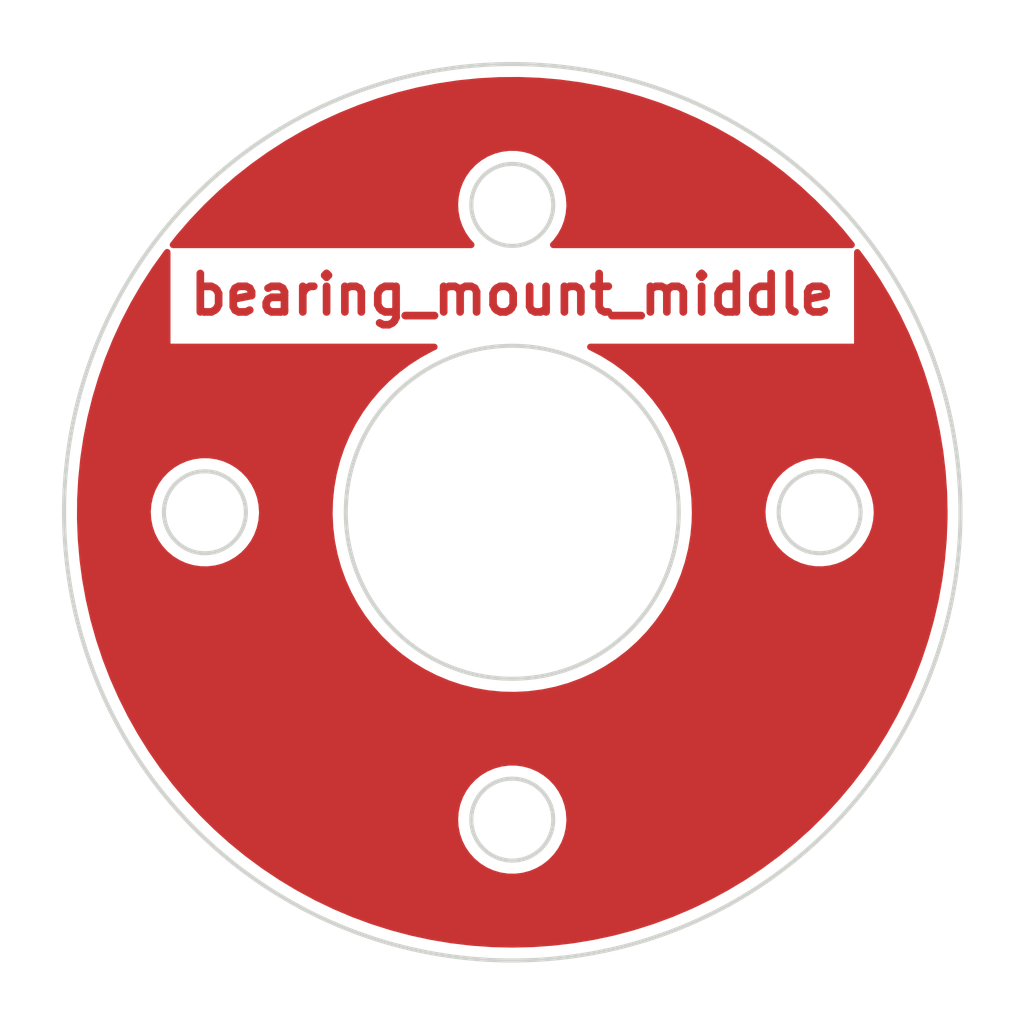
<source format=kicad_pcb>
(kicad_pcb (version 20201002) (generator pcbnew)

  (general
    (thickness 1.6)
  )

  (paper "A4")
  (layers
    (0 "F.Cu" signal)
    (31 "B.Cu" signal)
    (32 "B.Adhes" user "B.Adhesive")
    (33 "F.Adhes" user "F.Adhesive")
    (34 "B.Paste" user)
    (35 "F.Paste" user)
    (36 "B.SilkS" user "B.Silkscreen")
    (37 "F.SilkS" user "F.Silkscreen")
    (38 "B.Mask" user)
    (39 "F.Mask" user)
    (40 "Dwgs.User" user "User.Drawings")
    (41 "Cmts.User" user "User.Comments")
    (42 "Eco1.User" user "User.Eco1")
    (43 "Eco2.User" user "User.Eco2")
    (44 "Edge.Cuts" user)
    (45 "Margin" user)
    (46 "B.CrtYd" user "B.Courtyard")
    (47 "F.CrtYd" user "F.Courtyard")
    (48 "B.Fab" user)
    (49 "F.Fab" user)
  )

  (setup
    (grid_origin 150 100)
    (pcbplotparams
      (layerselection 0x00010fc_ffffffff)
      (usegerberextensions false)
      (usegerberattributes true)
      (usegerberadvancedattributes true)
      (creategerberjobfile true)
      (svguseinch false)
      (svgprecision 6)
      (excludeedgelayer true)
      (linewidth 0.100000)
      (plotframeref false)
      (viasonmask false)
      (mode 1)
      (useauxorigin false)
      (hpglpennumber 1)
      (hpglpenspeed 20)
      (hpglpendiameter 15.000000)
      (psnegative false)
      (psa4output false)
      (plotreference true)
      (plotvalue true)
      (plotinvisibletext false)
      (sketchpadsonfab false)
      (subtractmaskfromsilk false)
      (outputformat 1)
      (mirror false)
      (drillshape 0)
      (scaleselection 1)
      (outputdirectory "gerber")
    )
  )


  (net 0 "")

  (gr_circle (center 150 88) (end 148.4 88) (layer "Edge.Cuts") (width 0.16) (tstamp 6276eb9e-5ccb-4cfb-9995-9f68ec7dc40e))
  (gr_circle (center 150 100) (end 132.5 100) (layer "Edge.Cuts") (width 0.16) (tstamp 7bfe65a7-721e-4f00-a88e-86105395f33a))
  (gr_circle (center 162 100) (end 160.4 100) (layer "Edge.Cuts") (width 0.16) (tstamp ae6bdf2b-52fc-4f30-86c8-7bc87dc6b483))
  (gr_circle (center 138 100) (end 136.4 100) (layer "Edge.Cuts") (width 0.16) (tstamp b8d3cd92-e1e9-4250-87bc-8b21b60832e1))
  (gr_circle (center 150 100) (end 143.5 100) (layer "Edge.Cuts") (width 0.16) (tstamp ba5bdb9e-99fe-4ccd-beb7-c6faeb57991a))
  (gr_circle (center 150 112) (end 148.4 112) (layer "Edge.Cuts") (width 0.16) (tstamp d37b52d2-e6d8-4d86-bb89-41ff95ac5ee7))
  (gr_text "bearing_mount_middle" (at 150 91.5) (layer "F.Cu") (tstamp d4f8647d-958e-4d41-9c52-f869a7ec4df2)
    (effects (font (size 1.5 1.5) (thickness 0.3)))
  )

  (zone (net 0) (net_name "") (layer "F.Cu") (tstamp 58f44ea7-1646-4d84-865a-f8252370fc6d) (hatch edge 0.508)
    (connect_pads (clearance 0.508))
    (min_thickness 0.254)
    (fill yes (thermal_gap 0.508) (thermal_bridge_width 0.508))
    (polygon
      (pts
        (xy 170 120)
        (xy 130 120)
        (xy 130 80)
        (xy 170 80)
      )
    )
    (filled_polygon
      (layer "F.Cu")
      (island)
      (pts
        (xy 136.529786 93.4185)
        (xy 136.549788 93.486621)
        (xy 136.603444 93.533114)
        (xy 136.655786 93.5445)
        (xy 146.957969 93.5445)
        (xy 146.863339 93.586533)
        (xy 146.854849 93.590692)
        (xy 146.391294 93.839768)
        (xy 146.383139 93.844552)
        (xy 145.939565 94.127685)
        (xy 145.931793 94.133067)
        (xy 145.510696 94.448661)
        (xy 145.503349 94.45461)
        (xy 145.107101 94.800889)
        (xy 145.100221 94.807373)
        (xy 144.731051 95.182387)
        (xy 144.724676 95.189368)
        (xy 144.384664 95.591007)
        (xy 144.37883 95.598447)
        (xy 144.069889 96.024449)
        (xy 144.06463 96.032305)
        (xy 143.7885 96.480271)
        (xy 143.783845 96.488499)
        (xy 143.54208 96.955909)
        (xy 143.538054 96.964464)
        (xy 143.332016 97.448685)
        (xy 143.328644 97.457517)
        (xy 143.159492 97.955824)
        (xy 143.156791 97.964883)
        (xy 143.025477 98.474469)
        (xy 143.023463 98.483707)
        (xy 142.930727 99.001705)
        (xy 142.929411 99.011067)
        (xy 142.875775 99.534561)
        (xy 142.875165 99.543995)
        (xy 142.864617 99.933798)
        (xy 142.860931 100.070036)
        (xy 142.86103 100.079489)
        (xy 142.886277 100.605117)
        (xy 142.887085 100.614537)
        (xy 142.951673 101.136792)
        (xy 142.953184 101.146124)
        (xy 143.056748 101.662066)
        (xy 143.058955 101.671259)
        (xy 143.200912 102.177984)
        (xy 143.203802 102.186985)
        (xy 143.383352 102.68164)
        (xy 143.386909 102.6904)
        (xy 143.603044 103.1702)
        (xy 143.607247 103.178668)
        (xy 143.858747 103.640912)
        (xy 143.863574 103.649041)
        (xy 144.149025 104.091126)
        (xy 144.154448 104.09887)
        (xy 144.472243 104.518309)
        (xy 144.478231 104.525625)
        (xy 144.82658 104.920055)
        (xy 144.833099 104.926901)
        (xy 145.210041 105.294102)
        (xy 145.217056 105.30044)
        (xy 145.620469 105.638344)
        (xy 145.627939 105.644139)
        (xy 146.055553 105.950845)
        (xy 146.063437 105.956063)
        (xy 146.512843 106.229844)
        (xy 146.521095 106.234456)
        (xy 146.989764 106.47377)
        (xy 146.998339 106.47775)
        (xy 147.483633 106.681251)
        (xy 147.492483 106.684578)
        (xy 147.991668 106.851118)
        (xy 148.000742 106.853771)
        (xy 148.511009 106.982415)
        (xy 148.520256 106.984381)
        (xy 149.038733 107.074404)
        (xy 149.048102 107.07567)
        (xy 149.571869 107.126564)
        (xy 149.581306 107.127125)
        (xy 150.107414 107.138605)
        (xy 150.116867 107.138457)
        (xy 150.642356 107.110457)
        (xy 150.651771 107.1096)
        (xy 151.17368 107.042279)
        (xy 151.183005 107.040718)
        (xy 151.698398 106.934454)
        (xy 151.707579 106.932199)
        (xy 152.213554 106.787591)
        (xy 152.22254 106.784654)
        (xy 152.716248 106.602516)
        (xy 152.724988 106.598913)
        (xy 153.20365 106.380269)
        (xy 153.212096 106.376022)
        (xy 153.673017 106.122105)
        (xy 153.681121 106.117235)
        (xy 154.121705 105.829473)
        (xy 154.129421 105.82401)
        (xy 154.54719 105.504024)
        (xy 154.554474 105.497998)
        (xy 154.947075 105.147588)
        (xy 154.953887 105.141033)
        (xy 155.319109 104.762173)
        (xy 155.32541 104.755125)
        (xy 155.661198 104.349948)
        (xy 155.666954 104.342448)
        (xy 155.971417 103.913235)
        (xy 155.976594 103.905324)
        (xy 156.248017 103.45449)
        (xy 156.252585 103.446213)
        (xy 156.489442 102.976297)
        (xy 156.493378 102.967702)
        (xy 156.694335 102.48135)
        (xy 156.697615 102.472483)
        (xy 156.86154 101.972433)
        (xy 156.864146 101.963345)
        (xy 156.990116 101.452411)
        (xy 156.992033 101.443154)
        (xy 157.07934 100.924213)
        (xy 157.080557 100.914837)
        (xy 157.128708 100.390811)
        (xy 157.129191 100.38269)
        (xy 157.139454 100.003408)
        (xy 157.139411 99.995273)
        (xy 157.13903 99.985122)
        (xy 159.760825 99.985122)
        (xy 159.767942 100.108537)
        (xy 159.777375 100.272145)
        (xy 159.779523 100.28915)
        (xy 159.834873 100.571272)
        (xy 159.839309 100.587827)
        (xy 159.932435 100.859827)
        (xy 159.939077 100.875628)
        (xy 160.068257 101.132473)
        (xy 160.076982 101.147226)
        (xy 160.239824 101.384163)
        (xy 160.25047 101.397596)
        (xy 160.443961 101.61024)
        (xy 160.456333 101.622103)
        (xy 160.676894 101.80652)
        (xy 160.69076 101.816594)
        (xy 160.934308 101.969372)
        (xy 160.949413 101.977472)
        (xy 161.211442 102.095782)
        (xy 161.227507 102.101756)
        (xy 161.503168 102.183411)
        (xy 161.519895 102.18715)
        (xy 161.804088 102.230638)
        (xy 161.821168 102.232072)
        (xy 162.108633 102.236588)
        (xy 162.12575 102.235691)
        (xy 162.411168 102.201151)
        (xy 162.428003 102.19794)
        (xy 162.706094 102.124985)
        (xy 162.722339 102.119518)
        (xy 162.987954 102.009496)
        (xy 163.003306 102.001875)
        (xy 163.251533 101.856823)
        (xy 163.265709 101.847189)
        (xy 163.491954 101.669791)
        (xy 163.504692 101.658322)
        (xy 163.704767 101.45186)
        (xy 163.71583 101.438769)
        (xy 163.886034 101.207064)
        (xy 163.895218 101.192592)
        (xy 164.032402 100.939931)
        (xy 164.039537 100.924347)
        (xy 164.141161 100.655407)
        (xy 164.146115 100.638998)
        (xy 164.210299 100.358753)
        (xy 164.21298 100.341825)
        (xy 164.238537 100.055463)
        (xy 164.239029 100.045583)
        (xy 164.239493 100.001321)
        (xy 164.239208 99.99143)
        (xy 164.219654 99.704595)
        (xy 164.217328 99.687614)
        (xy 164.159026 99.406087)
        (xy 164.154417 99.389578)
        (xy 164.058447 99.118568)
        (xy 164.05164 99.102838)
        (xy 163.919778 98.84736)
        (xy 163.910899 98.8327)
        (xy 163.745585 98.597481)
        (xy 163.734798 98.58416)
        (xy 163.53909 98.373554)
        (xy 163.526596 98.361821)
        (xy 163.304117 98.179723)
        (xy 163.290146 98.169794)
        (xy 163.045011 98.019576)
        (xy 163.029822 98.011636)
        (xy 162.766569 97.896075)
        (xy 162.750442 97.890269)
        (xy 162.47394 97.811506)
        (xy 162.457174 97.807942)
        (xy 162.172542 97.767433)
        (xy 162.155449 97.766178)
        (xy 161.867952 97.764673)
        (xy 161.850846 97.765749)
        (xy 161.565805 97.803275)
        (xy 161.549003 97.806663)
        (xy 161.271692 97.882527)
        (xy 161.255506 97.888163)
        (xy 160.991057 98.00096)
        (xy 160.975785 98.008742)
        (xy 160.729091 98.156385)
        (xy 160.715016 98.166167)
        (xy 160.490642 98.345925)
        (xy 160.478026 98.357526)
        (xy 160.280123 98.566071)
        (xy 160.269197 98.579278)
        (xy 160.101429 98.812753)
        (xy 160.092398 98.82732)
        (xy 159.957868 99.081403)
        (xy 159.950896 99.097061)
        (xy 159.852093 99.367051)
        (xy 159.847311 99.38351)
        (xy 159.786065 99.664412)
        (xy 159.783561 99.681368)
        (xy 159.761004 99.967982)
        (xy 159.760825 99.985122)
        (xy 157.13903 99.985122)
        (xy 157.119669 99.46941)
        (xy 157.11896 99.459983)
        (xy 157.059845 98.93708)
        (xy 157.058432 98.927732)
        (xy 156.960277 98.410733)
        (xy 156.958166 98.401518)
        (xy 156.821523 97.893335)
        (xy 156.818728 97.884303)
        (xy 156.644367 97.387795)
        (xy 156.640902 97.378999)
        (xy 156.429804 96.896962)
        (xy 156.425689 96.888451)
        (xy 156.179042 96.423598)
        (xy 156.174301 96.415419)
        (xy 155.893496 95.970369)
        (xy 155.888154 95.962568)
        (xy 155.574769 95.539825)
        (xy 155.568858 95.532447)
        (xy 155.224658 95.134391)
        (xy 155.218211 95.127477)
        (xy 154.845135 94.756348)
        (xy 154.838187 94.749936)
        (xy 154.438334 94.407826)
        (xy 154.430925 94.401954)
        (xy 154.006547 94.090787)
        (xy 153.998719 94.085487)
        (xy 153.552204 93.807015)
        (xy 153.544 93.802316)
        (xy 153.077863 93.558107)
        (xy 153.06933 93.554037)
        (xy 153.047238 93.5445)
        (xy 163.344215 93.5445)
        (xy 163.412336 93.524498)
        (xy 163.458829 93.470842)
        (xy 163.470215 93.4185)
        (xy 163.470215 89.849425)
        (xy 163.802562 90.299387)
        (xy 164.244209 90.960358)
        (xy 164.654214 91.641374)
        (xy 165.031698 92.340975)
        (xy 165.375791 93.057546)
        (xy 165.685765 93.789577)
        (xy 165.960901 94.535366)
        (xy 166.200599 95.293282)
        (xy 166.404332 96.061667)
        (xy 166.571644 96.838796)
        (xy 166.702158 97.622922)
        (xy 166.795595 98.412365)
        (xy 166.851737 99.205285)
        (xy 166.870488 100.000989)
        (xy 166.868423 100.263992)
        (xy 166.837174 101.05931)
        (xy 166.768584 101.851259)
        (xy 166.662761 102.639127)
        (xy 166.519945 103.421115)
        (xy 166.340447 104.195522)
        (xy 166.124676 104.960586)
        (xy 165.87309 105.714683)
        (xy 165.586284 106.45603)
        (xy 165.264852 107.183098)
        (xy 164.90953 107.894208)
        (xy 164.521125 108.587755)
        (xy 164.100463 109.262263)
        (xy 163.648488 109.916216)
        (xy 163.166221 110.548138)
        (xy 162.65473 111.15663)
        (xy 162.115126 111.740371)
        (xy 161.548625 112.298042)
        (xy 160.956477 112.828415)
        (xy 160.340031 113.33028)
        (xy 159.700613 113.802562)
        (xy 159.039642 114.244209)
        (xy 158.358626 114.654214)
        (xy 157.659025 115.031698)
        (xy 156.942454 115.375791)
        (xy 156.210423 115.685765)
        (xy 155.464634 115.960901)
        (xy 154.706718 116.200599)
        (xy 153.938333 116.404332)
        (xy 153.161204 116.571644)
        (xy 152.377078 116.702158)
        (xy 151.587635 116.795595)
        (xy 150.794715 116.851737)
        (xy 150 116.870465)
        (xy 149.205285 116.851737)
        (xy 148.412365 116.795595)
        (xy 147.622922 116.702158)
        (xy 146.838796 116.571644)
        (xy 146.061667 116.404332)
        (xy 145.293282 116.200599)
        (xy 144.535366 115.960901)
        (xy 143.789577 115.685765)
        (xy 143.057546 115.375791)
        (xy 142.340975 115.031698)
        (xy 141.641374 114.654214)
        (xy 140.960358 114.244209)
        (xy 140.299387 113.802562)
        (xy 139.659969 113.33028)
        (xy 139.043523 112.828415)
        (xy 138.451375 112.298042)
        (xy 138.133501 111.985122)
        (xy 147.760825 111.985122)
        (xy 147.767942 112.108537)
        (xy 147.777375 112.272145)
        (xy 147.779523 112.28915)
        (xy 147.834873 112.571272)
        (xy 147.839309 112.587827)
        (xy 147.932435 112.859827)
        (xy 147.939077 112.875628)
        (xy 148.068257 113.132473)
        (xy 148.076982 113.147226)
        (xy 148.239824 113.384163)
        (xy 148.25047 113.397596)
        (xy 148.443961 113.61024)
        (xy 148.456333 113.622103)
        (xy 148.676894 113.80652)
        (xy 148.69076 113.816594)
        (xy 148.934308 113.969372)
        (xy 148.949413 113.977472)
        (xy 149.211442 114.095782)
        (xy 149.227507 114.101756)
        (xy 149.503168 114.183411)
        (xy 149.519895 114.18715)
        (xy 149.804088 114.230638)
        (xy 149.821168 114.232072)
        (xy 150.108633 114.236588)
        (xy 150.12575 114.235691)
        (xy 150.411168 114.201151)
        (xy 150.428003 114.19794)
        (xy 150.706094 114.124985)
        (xy 150.722339 114.119518)
        (xy 150.987954 114.009496)
        (xy 151.003306 114.001875)
        (xy 151.251533 113.856823)
        (xy 151.265709 113.847189)
        (xy 151.491954 113.669791)
        (xy 151.504692 113.658322)
        (xy 151.704767 113.45186)
        (xy 151.71583 113.438769)
        (xy 151.886034 113.207064)
        (xy 151.895218 113.192592)
        (xy 152.032402 112.939931)
        (xy 152.039537 112.924347)
        (xy 152.141161 112.655407)
        (xy 152.146115 112.638998)
        (xy 152.210299 112.358753)
        (xy 152.21298 112.341825)
        (xy 152.238537 112.055463)
        (xy 152.239029 112.045583)
        (xy 152.239493 112.001321)
        (xy 152.239208 111.99143)
        (xy 152.219654 111.704595)
        (xy 152.217328 111.687614)
        (xy 152.159026 111.406087)
        (xy 152.154417 111.389578)
        (xy 152.058447 111.118568)
        (xy 152.05164 111.102838)
        (xy 151.919778 110.84736)
        (xy 151.910899 110.8327)
        (xy 151.745585 110.597481)
        (xy 151.734798 110.58416)
        (xy 151.53909 110.373554)
        (xy 151.526596 110.361821)
        (xy 151.304117 110.179723)
        (xy 151.290146 110.169794)
        (xy 151.045011 110.019576)
        (xy 151.029822 110.011636)
        (xy 150.766569 109.896075)
        (xy 150.750442 109.890269)
        (xy 150.47394 109.811506)
        (xy 150.457174 109.807942)
        (xy 150.172542 109.767433)
        (xy 150.155449 109.766178)
        (xy 149.867952 109.764673)
        (xy 149.850846 109.765749)
        (xy 149.565805 109.803275)
        (xy 149.549003 109.806663)
        (xy 149.271692 109.882527)
        (xy 149.255506 109.888163)
        (xy 148.991057 110.00096)
        (xy 148.975785 110.008742)
        (xy 148.729091 110.156385)
        (xy 148.715016 110.166167)
        (xy 148.490642 110.345925)
        (xy 148.478026 110.357526)
        (xy 148.280123 110.566071)
        (xy 148.269197 110.579278)
        (xy 148.101429 110.812753)
        (xy 148.092398 110.82732)
        (xy 147.957868 111.081403)
        (xy 147.950896 111.097061)
        (xy 147.852093 111.367051)
        (xy 147.847311 111.38351)
        (xy 147.786065 111.664412)
        (xy 147.783561 111.681368)
        (xy 147.761004 111.967982)
        (xy 147.760825 111.985122)
        (xy 138.133501 111.985122)
        (xy 137.884874 111.740371)
        (xy 137.34527 111.15663)
        (xy 136.833779 110.548138)
        (xy 136.351512 109.916216)
        (xy 135.899537 109.262263)
        (xy 135.478875 108.587755)
        (xy 135.09047 107.894208)
        (xy 134.735148 107.183098)
        (xy 134.413716 106.45603)
        (xy 134.12691 105.714683)
        (xy 133.875324 104.960586)
        (xy 133.659553 104.195522)
        (xy 133.480055 103.421115)
        (xy 133.337239 102.639127)
        (xy 133.231416 101.851259)
        (xy 133.162826 101.05931)
        (xy 133.131616 100.264984)
        (xy 133.133814 99.985122)
        (xy 135.760825 99.985122)
        (xy 135.767942 100.108537)
        (xy 135.777375 100.272145)
        (xy 135.779523 100.28915)
        (xy 135.834873 100.571272)
        (xy 135.839309 100.587827)
        (xy 135.932435 100.859827)
        (xy 135.939077 100.875628)
        (xy 136.068257 101.132473)
        (xy 136.076982 101.147226)
        (xy 136.239824 101.384163)
        (xy 136.25047 101.397596)
        (xy 136.443961 101.61024)
        (xy 136.456333 101.622103)
        (xy 136.676894 101.80652)
        (xy 136.69076 101.816594)
        (xy 136.934308 101.969372)
        (xy 136.949413 101.977472)
        (xy 137.211442 102.095782)
        (xy 137.227507 102.101756)
        (xy 137.503168 102.183411)
        (xy 137.519895 102.18715)
        (xy 137.804088 102.230638)
        (xy 137.821168 102.232072)
        (xy 138.108633 102.236588)
        (xy 138.12575 102.235691)
        (xy 138.411168 102.201151)
        (xy 138.428003 102.19794)
        (xy 138.706094 102.124985)
        (xy 138.722339 102.119518)
        (xy 138.987954 102.009496)
        (xy 139.003306 102.001875)
        (xy 139.251533 101.856823)
        (xy 139.265709 101.847189)
        (xy 139.491954 101.669791)
        (xy 139.504692 101.658322)
        (xy 139.704767 101.45186)
        (xy 139.71583 101.438769)
        (xy 139.886034 101.207064)
        (xy 139.895218 101.192592)
        (xy 140.032402 100.939931)
        (xy 140.039537 100.924347)
        (xy 140.141161 100.655407)
        (xy 140.146115 100.638998)
        (xy 140.210299 100.358753)
        (xy 140.21298 100.341825)
        (xy 140.238537 100.055463)
        (xy 140.239029 100.045583)
        (xy 140.239493 100.001321)
        (xy 140.239208 99.99143)
        (xy 140.219654 99.704595)
        (xy 140.217328 99.687614)
        (xy 140.159026 99.406087)
        (xy 140.154417 99.389578)
        (xy 140.058447 99.118568)
        (xy 140.05164 99.102838)
        (xy 139.919778 98.84736)
        (xy 139.910899 98.8327)
        (xy 139.745585 98.597481)
        (xy 139.734798 98.58416)
        (xy 139.53909 98.373554)
        (xy 139.526596 98.361821)
        (xy 139.304117 98.179723)
        (xy 139.290146 98.169794)
        (xy 139.045011 98.019576)
        (xy 139.029822 98.011636)
        (xy 138.766569 97.896075)
        (xy 138.750442 97.890269)
        (xy 138.47394 97.811506)
        (xy 138.457174 97.807942)
        (xy 138.172542 97.767433)
        (xy 138.155449 97.766178)
        (xy 137.867952 97.764673)
        (xy 137.850846 97.765749)
        (xy 137.565805 97.803275)
        (xy 137.549003 97.806663)
        (xy 137.271692 97.882527)
        (xy 137.255506 97.888163)
        (xy 136.991057 98.00096)
        (xy 136.975785 98.008742)
        (xy 136.729091 98.156385)
        (xy 136.715016 98.166167)
        (xy 136.490642 98.345925)
        (xy 136.478026 98.357526)
        (xy 136.280123 98.566071)
        (xy 136.269197 98.579278)
        (xy 136.101429 98.812753)
        (xy 136.092398 98.82732)
        (xy 135.957868 99.081403)
        (xy 135.950896 99.097061)
        (xy 135.852093 99.367051)
        (xy 135.847311 99.38351)
        (xy 135.786065 99.664412)
        (xy 135.783561 99.681368)
        (xy 135.761004 99.967982)
        (xy 135.760825 99.985122)
        (xy 133.133814 99.985122)
        (xy 133.13786 99.470096)
        (xy 133.181542 98.676353)
        (xy 133.262563 97.885575)
        (xy 133.380749 97.099469)
        (xy 133.53583 96.319824)
        (xy 133.727469 95.548334)
        (xy 133.955229 94.786756)
        (xy 134.21863 94.036702)
        (xy 134.517053 93.29993)
        (xy 134.849856 92.578024)
        (xy 135.216301 91.872589)
        (xy 135.615558 91.185215)
        (xy 136.046768 90.51739)
        (xy 136.508949 89.870631)
        (xy 136.529786 89.8442)
      )
    )
    (filled_polygon
      (layer "F.Cu")
      (island)
      (pts
        (xy 151.05931 83.162826)
        (xy 151.851259 83.231416)
        (xy 152.639127 83.337239)
        (xy 153.421115 83.480055)
        (xy 154.195522 83.659553)
        (xy 154.960586 83.875324)
        (xy 155.714683 84.12691)
        (xy 156.45603 84.413716)
        (xy 157.183098 84.735148)
        (xy 157.894208 85.09047)
        (xy 158.587755 85.478875)
        (xy 159.262263 85.899537)
        (xy 159.916216 86.351512)
        (xy 160.548138 86.833779)
        (xy 161.15663 87.34527)
        (xy 161.740371 87.884874)
        (xy 162.298042 88.451375)
        (xy 162.828415 89.043523)
        (xy 163.2493 89.5605)
        (xy 151.599488 89.5605)
        (xy 151.704767 89.45186)
        (xy 151.71583 89.438769)
        (xy 151.886034 89.207064)
        (xy 151.895218 89.192592)
        (xy 152.032402 88.939931)
        (xy 152.039537 88.924347)
        (xy 152.141161 88.655407)
        (xy 152.146115 88.638998)
        (xy 152.210299 88.358753)
        (xy 152.21298 88.341825)
        (xy 152.238537 88.055463)
        (xy 152.239029 88.045583)
        (xy 152.239493 88.001321)
        (xy 152.239208 87.99143)
        (xy 152.219654 87.704595)
        (xy 152.217328 87.687614)
        (xy 152.159026 87.406087)
        (xy 152.154417 87.389578)
        (xy 152.058447 87.118568)
        (xy 152.05164 87.102838)
        (xy 151.919778 86.84736)
        (xy 151.910899 86.8327)
        (xy 151.745585 86.597481)
        (xy 151.734798 86.58416)
        (xy 151.53909 86.373554)
        (xy 151.526596 86.361821)
        (xy 151.304117 86.179723)
        (xy 151.290146 86.169794)
        (xy 151.045011 86.019576)
        (xy 151.029822 86.011636)
        (xy 150.766569 85.896075)
        (xy 150.750442 85.890269)
        (xy 150.47394 85.811506)
        (xy 150.457174 85.807942)
        (xy 150.172542 85.767433)
        (xy 150.155449 85.766178)
        (xy 149.867952 85.764673)
        (xy 149.850846 85.765749)
        (xy 149.565805 85.803275)
        (xy 149.549003 85.806663)
        (xy 149.271692 85.882527)
        (xy 149.255506 85.888163)
        (xy 148.991057 86.00096)
        (xy 148.975785 86.008742)
        (xy 148.729091 86.156385)
        (xy 148.715016 86.166167)
        (xy 148.490642 86.345925)
        (xy 148.478026 86.357526)
        (xy 148.280123 86.566071)
        (xy 148.269197 86.579278)
        (xy 148.101429 86.812753)
        (xy 148.092398 86.82732)
        (xy 147.957868 87.081403)
        (xy 147.950896 87.097061)
        (xy 147.852093 87.367051)
        (xy 147.847311 87.38351)
        (xy 147.786065 87.664412)
        (xy 147.783561 87.681368)
        (xy 147.761004 87.967982)
        (xy 147.760825 87.985122)
        (xy 147.767942 88.108537)
        (xy 147.777375 88.272145)
        (xy 147.779523 88.28915)
        (xy 147.834873 88.571272)
        (xy 147.839309 88.587827)
        (xy 147.932435 88.859827)
        (xy 147.939077 88.875628)
        (xy 148.068257 89.132473)
        (xy 148.076982 89.147226)
        (xy 148.239824 89.384163)
        (xy 148.25047 89.397596)
        (xy 148.398701 89.5605)
        (xy 136.753437 89.5605)
        (xy 137.001085 89.24636)
        (xy 137.522075 88.645971)
        (xy 138.07078 88.07078)
        (xy 138.645971 87.522075)
        (xy 139.24636 87.001085)
        (xy 139.870631 86.508949)
        (xy 140.51739 86.046768)
        (xy 141.185215 85.615558)
        (xy 141.872589 85.216301)
        (xy 142.578024 84.849856)
        (xy 143.29993 84.517053)
        (xy 144.036702 84.21863)
        (xy 144.786756 83.955229)
        (xy 145.548334 83.727469)
        (xy 146.319824 83.53583)
        (xy 147.099469 83.380749)
        (xy 147.885575 83.262563)
        (xy 148.676353 83.181542)
        (xy 149.470096 83.13786)
        (xy 150.264984 83.131616)
      )
    )
  )
)

</source>
